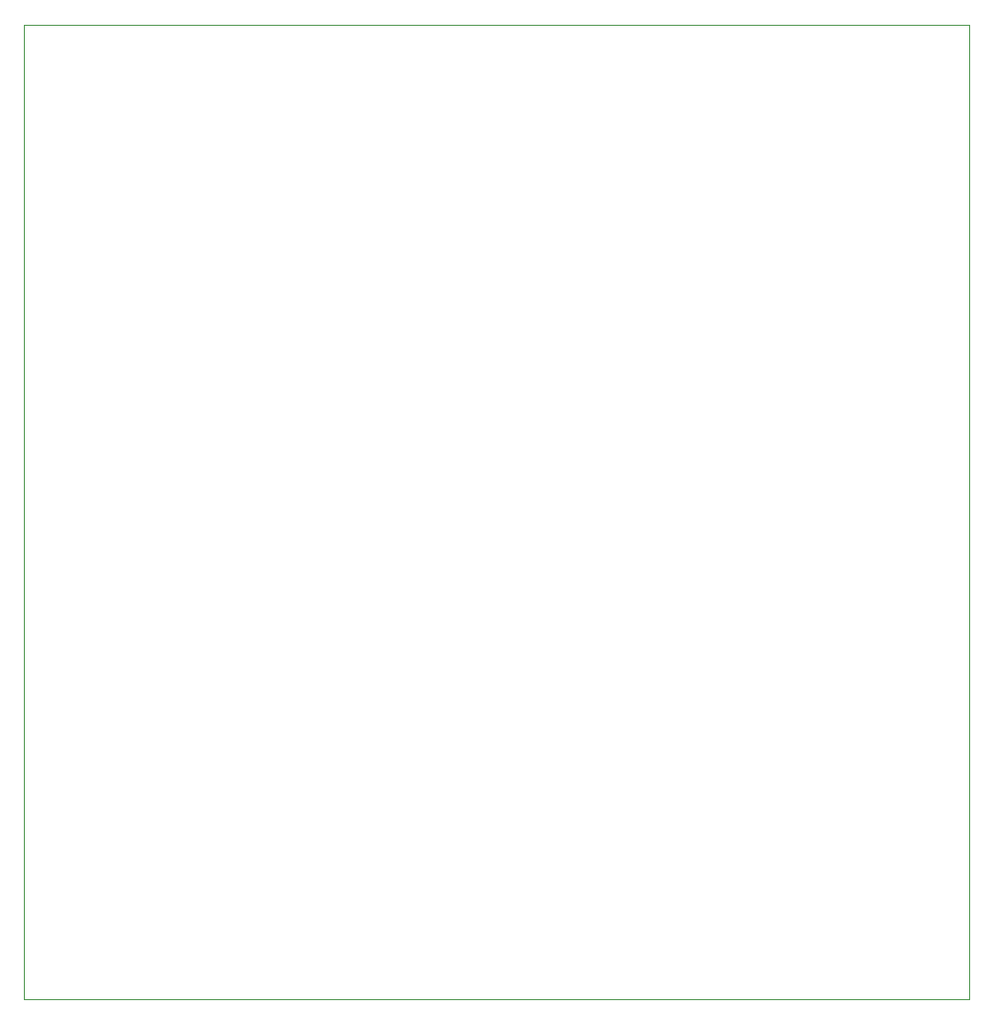
<source format=gbr>
%TF.GenerationSoftware,KiCad,Pcbnew,(6.0.7)*%
%TF.CreationDate,2022-08-05T18:39:18+02:00*%
%TF.ProjectId,SD_interrupter,53445f69-6e74-4657-9272-75707465722e,rev?*%
%TF.SameCoordinates,Original*%
%TF.FileFunction,Profile,NP*%
%FSLAX46Y46*%
G04 Gerber Fmt 4.6, Leading zero omitted, Abs format (unit mm)*
G04 Created by KiCad (PCBNEW (6.0.7)) date 2022-08-05 18:39:18*
%MOMM*%
%LPD*%
G01*
G04 APERTURE LIST*
%TA.AperFunction,Profile*%
%ADD10C,0.100000*%
%TD*%
G04 APERTURE END LIST*
D10*
X21586000Y-25400000D02*
X105406000Y-25400000D01*
X105406000Y-25400000D02*
X105406000Y-111760000D01*
X105406000Y-111760000D02*
X21586000Y-111760000D01*
X21586000Y-111760000D02*
X21586000Y-25400000D01*
M02*

</source>
